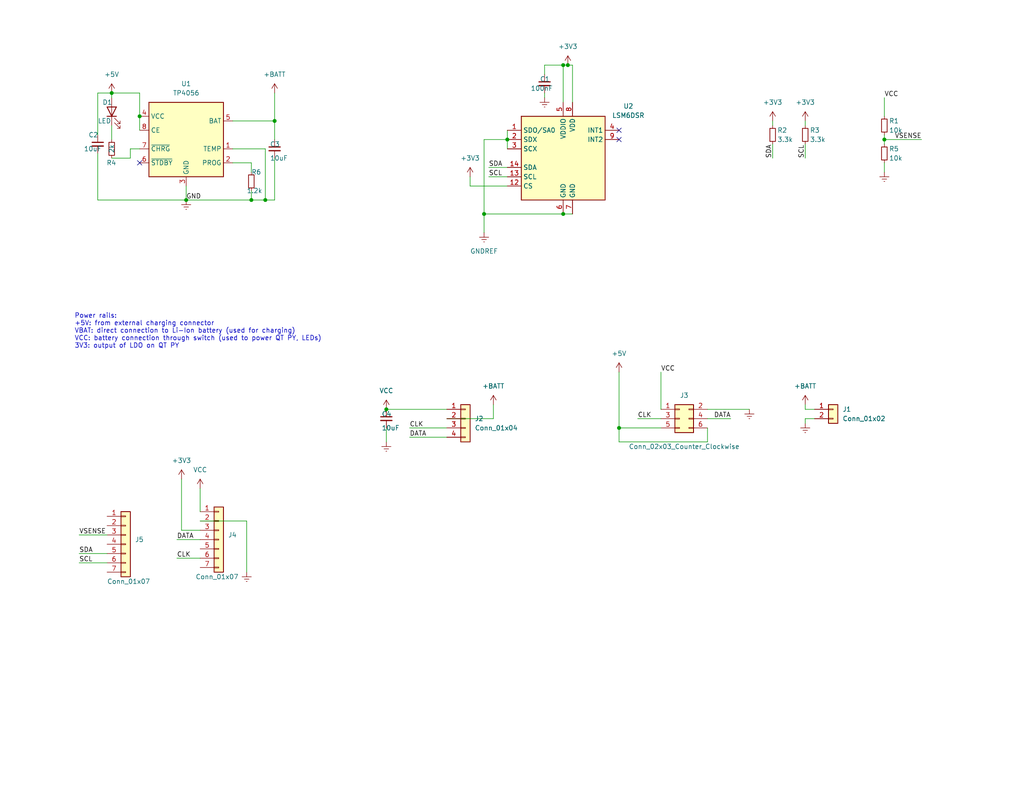
<source format=kicad_sch>
(kicad_sch (version 20211123) (generator eeschema)
  (paper "USLetter")
  (lib_symbols
    (symbol "Connector_Generic:Conn_01x02" (pin_names (offset 1.016) hide)
      (property "Reference" "J" (at 0 2.54 0))
      (property "Value" "Conn_01x02" (at 0 -5.08 0))
      (symbol "Conn_01x02_1_1"
        (rectangle (start -1.27 -2.413) (end 0 -2.667) (stroke (width 0.1524)))
        (rectangle (start -1.27 0.127) (end 0 -0.127) (stroke (width 0.1524)))
        (rectangle (start -1.27 1.27) (end 1.27 -3.81) (stroke (width 0.254)) (fill (type background)))
        (pin passive line (at -5.08 0 0) (length 3.81) (name "Pin_1") (number "1"))
        (pin passive line (at -5.08 -2.54 0) (length 3.81) (name "Pin_2") (number "2"))
      )
    )
    (symbol "Connector_Generic:Conn_01x04" (pin_names (offset 1.016) hide)
      (property "Reference" "J" (at 0 5.08 0))
      (property "Value" "Conn_01x04" (at 0 -7.62 0))
      (symbol "Conn_01x04_1_1"
        (rectangle (start -1.27 -4.953) (end 0 -5.207) (stroke (width 0.1524)))
        (rectangle (start -1.27 -2.413) (end 0 -2.667) (stroke (width 0.1524)))
        (rectangle (start -1.27 0.127) (end 0 -0.127) (stroke (width 0.1524)))
        (rectangle (start -1.27 2.667) (end 0 2.413) (stroke (width 0.1524)))
        (rectangle (start -1.27 3.81) (end 1.27 -6.35) (stroke (width 0.254)) (fill (type background)))
        (pin passive line (at -5.08 2.54 0) (length 3.81) (name "Pin_1") (number "1"))
        (pin passive line (at -5.08 0 0) (length 3.81) (name "Pin_2") (number "2"))
        (pin passive line (at -5.08 -2.54 0) (length 3.81) (name "Pin_3") (number "3"))
        (pin passive line (at -5.08 -5.08 0) (length 3.81) (name "Pin_4") (number "4"))
      )
    )
    (symbol "Connector_Generic:Conn_01x07" (pin_names (offset 1.016) hide)
      (property "Reference" "J" (at 0 10.16 0))
      (property "Value" "Conn_01x07" (at 0 -10.16 0))
      (symbol "Conn_01x07_1_1"
        (rectangle (start -1.27 -7.493) (end 0 -7.747) (stroke (width 0.1524)))
        (rectangle (start -1.27 -4.953) (end 0 -5.207) (stroke (width 0.1524)))
        (rectangle (start -1.27 -2.413) (end 0 -2.667) (stroke (width 0.1524)))
        (rectangle (start -1.27 0.127) (end 0 -0.127) (stroke (width 0.1524)))
        (rectangle (start -1.27 2.667) (end 0 2.413) (stroke (width 0.1524)))
        (rectangle (start -1.27 5.207) (end 0 4.953) (stroke (width 0.1524)))
        (rectangle (start -1.27 7.747) (end 0 7.493) (stroke (width 0.1524)))
        (rectangle (start -1.27 8.89) (end 1.27 -8.89) (stroke (width 0.254)) (fill (type background)))
        (pin passive line (at -5.08 7.62 0) (length 3.81) (name "Pin_1") (number "1"))
        (pin passive line (at -5.08 5.08 0) (length 3.81) (name "Pin_2") (number "2"))
        (pin passive line (at -5.08 2.54 0) (length 3.81) (name "Pin_3") (number "3"))
        (pin passive line (at -5.08 0 0) (length 3.81) (name "Pin_4") (number "4"))
        (pin passive line (at -5.08 -2.54 0) (length 3.81) (name "Pin_5") (number "5"))
        (pin passive line (at -5.08 -5.08 0) (length 3.81) (name "Pin_6") (number "6"))
        (pin passive line (at -5.08 -7.62 0) (length 3.81) (name "Pin_7") (number "7"))
      )
    )
    (symbol "Connector_Generic:Conn_02x03_Odd_Even" (pin_names (offset 1.016) hide)
      (property "Reference" "J" (at 1.27 5.08 0))
      (property "Value" "Conn_02x03_Odd_Even" (at 1.27 -5.08 0))
      (symbol "Conn_02x03_Odd_Even_1_1"
        (rectangle (start -1.27 -2.413) (end 0 -2.667) (stroke (width 0.1524)))
        (rectangle (start -1.27 0.127) (end 0 -0.127) (stroke (width 0.1524)))
        (rectangle (start -1.27 2.667) (end 0 2.413) (stroke (width 0.1524)))
        (rectangle (start -1.27 3.81) (end 3.81 -3.81) (stroke (width 0.254)) (fill (type background)))
        (rectangle (start 3.81 -2.413) (end 2.54 -2.667) (stroke (width 0.1524)))
        (rectangle (start 3.81 0.127) (end 2.54 -0.127) (stroke (width 0.1524)))
        (rectangle (start 3.81 2.667) (end 2.54 2.413) (stroke (width 0.1524)))
        (pin passive line (at -5.08 2.54 0) (length 3.81) (name "Pin_1") (number "1"))
        (pin passive line (at 7.62 2.54 180) (length 3.81) (name "Pin_2") (number "2"))
        (pin passive line (at -5.08 0 0) (length 3.81) (name "Pin_3") (number "3"))
        (pin passive line (at 7.62 0 180) (length 3.81) (name "Pin_4") (number "4"))
        (pin passive line (at -5.08 -2.54 0) (length 3.81) (name "Pin_5") (number "5"))
        (pin passive line (at 7.62 -2.54 180) (length 3.81) (name "Pin_6") (number "6"))
      )
    )
    (symbol "Device:C_Small" (pin_numbers hide) (pin_names (offset 0.254) hide)
      (property "Reference" "C" (at 0.254 1.778 0))
      (property "Value" "C_Small" (at 0.254 -2.032 0))
      (symbol "C_Small_0_1"
        (polyline (pts (xy -1.524 -0.508) (xy 1.524 -0.508)) (stroke (width 0.3302)))
        (polyline (pts (xy -1.524 0.508) (xy 1.524 0.508)) (stroke (width 0.3048)))
      )
      (symbol "C_Small_1_1"
        (pin passive line (at 0 2.54 270) (length 2.032) (name "~") (number "1"))
        (pin passive line (at 0 -2.54 90) (length 2.032) (name "~") (number "2"))
      )
    )
    (symbol "Device:LED" (pin_numbers hide) (pin_names (offset 1.016) hide)
      (property "Reference" "D" (at 0 2.54 0))
      (property "Value" "LED" (at 0 -2.54 0))
      (symbol "LED_0_1"
        (polyline (pts (xy -1.27 -1.27) (xy -1.27 1.27)) (stroke (width 0.254)))
        (polyline (pts (xy -1.27 0) (xy 1.27 0)))
        (polyline (pts (xy 1.27 -1.27) (xy 1.27 1.27) (xy -1.27 0) (xy 1.27 -1.27)) (stroke (width 0.254)))
        (polyline (pts (xy -3.048 -0.762) (xy -4.572 -2.286) (xy -3.81 -2.286) (xy -4.572 -2.286) (xy -4.572 -1.524)))
        (polyline (pts (xy -1.778 -0.762) (xy -3.302 -2.286) (xy -2.54 -2.286) (xy -3.302 -2.286) (xy -3.302 -1.524)))
      )
      (symbol "LED_1_1"
        (pin passive line (at -3.81 0 0) (length 2.54) (name "K") (number "1"))
        (pin passive line (at 3.81 0 180) (length 2.54) (name "A") (number "2"))
      )
    )
    (symbol "Device:R_Small" (pin_numbers hide) (pin_names (offset 0.254) hide)
      (property "Reference" "R" (at 0.762 0.508 0))
      (property "Value" "R_Small" (at 0.762 -1.016 0))
      (symbol "R_Small_0_1"
        (rectangle (start -0.762 1.778) (end 0.762 -1.778) (stroke (width 0.2032)))
      )
      (symbol "R_Small_1_1"
        (pin passive line (at 0 2.54 270) (length 0.762) (name "~") (number "1"))
        (pin passive line (at 0 -2.54 90) (length 0.762) (name "~") (number "2"))
      )
    )
    (symbol "power:+3V3" (power) (pin_names (offset 0))
      (property "Value" "+3V3" (at 0 3.556 0))
      (symbol "+3V3_0_1"
        (polyline (pts (xy -0.762 1.27) (xy 0 2.54)))
        (polyline (pts (xy 0 0) (xy 0 2.54)))
        (polyline (pts (xy 0 2.54) (xy 0.762 1.27)))
      )
      (symbol "+3V3_1_1"
        (pin power_in line (at 0 0 90) (length 0) hide (name "+3V3") (number "1"))
      )
    )
    (symbol "power:+5V" (power) (pin_names (offset 0))
      (property "Value" "+5V" (at 0 3.556 0))
      (symbol "+5V_0_1"
        (polyline (pts (xy -0.762 1.27) (xy 0 2.54)))
        (polyline (pts (xy 0 0) (xy 0 2.54)))
        (polyline (pts (xy 0 2.54) (xy 0.762 1.27)))
      )
      (symbol "+5V_1_1"
        (pin power_in line (at 0 0 90) (length 0) hide (name "+5V") (number "1"))
      )
    )
    (symbol "power:+BATT" (power) (pin_names (offset 0))
      (property "Value" "+BATT" (at 0 3.556 0))
      (symbol "+BATT_0_1"
        (polyline (pts (xy -0.762 1.27) (xy 0 2.54)))
        (polyline (pts (xy 0 0) (xy 0 2.54)))
        (polyline (pts (xy 0 2.54) (xy 0.762 1.27)))
      )
      (symbol "+BATT_1_1"
        (pin power_in line (at 0 0 90) (length 0) hide (name "+BATT") (number "1"))
      )
    )
    (symbol "power:GNDREF" (power) (pin_names (offset 0))
      (property "Value" "GNDREF" (at 0 -3.81 0))
      (symbol "GNDREF_0_1"
        (polyline (pts (xy -0.635 -1.905) (xy 0.635 -1.905)))
        (polyline (pts (xy -0.127 -2.54) (xy 0.127 -2.54)))
        (polyline (pts (xy 0 -1.27) (xy 0 0)))
        (polyline (pts (xy 1.27 -1.27) (xy -1.27 -1.27)))
      )
      (symbol "GNDREF_1_1"
        (pin power_in line (at 0 0 270) (length 0) hide (name "GNDREF") (number "1"))
      )
    )
    (symbol "power:VCC" (power) (pin_names (offset 0))
      (property "Value" "VCC" (at 0 3.81 0))
      (symbol "VCC_0_1"
        (polyline (pts (xy -0.762 1.27) (xy 0 2.54)))
        (polyline (pts (xy 0 0) (xy 0 2.54)))
        (polyline (pts (xy 0 2.54) (xy 0.762 1.27)))
      )
      (symbol "VCC_1_1"
        (pin power_in line (at 0 0 90) (length 0) hide (name "VCC") (number "1"))
      )
    )
    (symbol "shurik-personal:LSM6DSL"
      (property "Reference" "U" (at -11.43 15.24 0))
      (property "Value" "LSM6DSL" (at -11.43 12.7 0))
      (symbol "LSM6DSL_0_1"
        (rectangle (start 11.43 11.43) (end -11.43 -11.43) (stroke (width 0.254)) (fill (type background)))
      )
      (symbol "LSM6DSL_1_1"
        (pin bidirectional line (at -15.24 7.62 0) (length 3.81) (name "SDO/SA0") (number "1"))
        (pin no_connect line (at 10.16 -5.08 180) (length 3.81) hide (name "NC") (number "10"))
        (pin no_connect line (at 10.16 -2.54 180) (length 3.81) hide (name "NC") (number "11"))
        (pin input line (at -15.24 -7.62 0) (length 3.81) (name "CS") (number "12"))
        (pin input line (at -15.24 -5.08 0) (length 3.81) (name "SCL") (number "13"))
        (pin bidirectional line (at -15.24 -2.54 0) (length 3.81) (name "SDA") (number "14"))
        (pin bidirectional line (at -15.24 5.08 0) (length 3.81) (name "SDX") (number "2"))
        (pin input line (at -15.24 2.54 0) (length 3.81) (name "SCX") (number "3"))
        (pin output line (at 15.24 7.62 180) (length 3.81) (name "INT1") (number "4"))
        (pin power_in line (at 0 15.24 270) (length 3.81) (name "VDDIO") (number "5"))
        (pin power_in line (at 0 -15.24 90) (length 3.81) (name "GND") (number "6"))
        (pin power_in line (at 2.54 -15.24 90) (length 3.81) (name "GND") (number "7"))
        (pin power_in line (at 2.54 15.24 270) (length 3.81) (name "VDD") (number "8"))
        (pin output line (at 15.24 5.08 180) (length 3.81) (name "INT2") (number "9"))
      )
    )
    (symbol "shurik-personal:TP4056"
      (property "Reference" "U1" (at 0 15.24 0))
      (property "Value" "TP4056" (at 0 12.7 0))
      (symbol "TP4056_0_1"
        (rectangle (start -10.16 10.16) (end 10.16 -10.16) (stroke (width 0.254)) (fill (type background)))
      )
      (symbol "TP4056_1_1"
        (pin passive line (at 12.7 -2.54 180) (length 2.54) (name "TEMP") (number "1"))
        (pin passive line (at 12.7 -6.35 180) (length 2.54) (name "PROG") (number "2"))
        (pin power_in line (at 0 -12.7 90) (length 2.54) (name "GND") (number "3"))
        (pin power_in line (at -12.7 6.35 0) (length 2.54) (name "VCC") (number "4"))
        (pin power_out line (at 12.7 5.08 180) (length 2.54) (name "BAT") (number "5"))
        (pin passive line (at -12.7 -6.35 0) (length 2.54) (name "~{STDBY}") (number "6"))
        (pin passive line (at -12.7 -2.54 0) (length 2.54) (name "~{CHRG}") (number "7"))
        (pin passive line (at -12.7 2.54 0) (length 2.54) (name "CE") (number "8"))
        (pin power_in line (at 0 -12.7 90) (length 2.54) hide (name "EP") (number "9"))
      )
    )
  )
  (junction (at 38.1 31.75))
  (junction (at 74.93 33.02))
  (junction (at 153.67 58.42))
  (junction (at 132.08 58.42))
  (junction (at 241.3 38.1))
  (junction (at 68.58 54.61))
  (junction (at 50.8 54.61))
  (junction (at 30.48 25.4))
  (junction (at 153.67 17.78))
  (junction (at 105.41 111.76))
  (junction (at 72.39 54.61))
  (junction (at 154.94 17.78))
  (junction (at 138.43 38.1))
  (junction (at 168.91 116.84))
  (no_connect (at 38.1 44.45))
  (no_connect (at 168.91 35.56))
  (no_connect (at 168.91 38.1))
  (wire (pts (xy 72.39 40.64) (xy 72.39 54.61)))
  (wire (pts (xy 219.71 114.3) (xy 219.71 115.57)))
  (wire (pts (xy 48.26 147.32) (xy 54.61 147.32)))
  (wire (pts (xy 241.3 26.67) (xy 241.3 31.75)))
  (wire (pts (xy 210.82 33.02) (xy 210.82 34.29)))
  (wire (pts (xy 132.08 38.1) (xy 132.08 58.42)))
  (wire (pts (xy 74.93 25.4) (xy 74.93 33.02)))
  (wire (pts (xy 38.1 25.4) (xy 38.1 31.75)))
  (wire (pts (xy 26.67 25.4) (xy 30.48 25.4)))
  (wire (pts (xy 222.25 111.76) (xy 219.71 111.76)))
  (wire (pts (xy 21.59 153.67) (xy 29.21 153.67)))
  (wire (pts (xy 148.59 25.4) (xy 148.59 26.67)))
  (wire (pts (xy 38.1 31.75) (xy 38.1 35.56)))
  (wire (pts (xy 111.76 119.38) (xy 121.92 119.38)))
  (wire (pts (xy 30.48 25.4) (xy 38.1 25.4)))
  (wire (pts (xy 133.35 48.26) (xy 138.43 48.26)))
  (wire (pts (xy 210.82 39.37) (xy 210.82 43.18)))
  (wire (pts (xy 168.91 116.84) (xy 168.91 120.65)))
  (wire (pts (xy 38.1 40.64) (xy 35.56 40.64)))
  (wire (pts (xy 222.25 114.3) (xy 219.71 114.3)))
  (wire (pts (xy 241.3 38.1) (xy 251.46 38.1)))
  (wire (pts (xy 153.67 17.78) (xy 154.94 17.78)))
  (wire (pts (xy 128.27 48.26) (xy 128.27 50.8)))
  (wire (pts (xy 63.5 33.02) (xy 74.93 33.02)))
  (wire (pts (xy 193.04 111.76) (xy 204.47 111.76)))
  (wire (pts (xy 132.08 58.42) (xy 153.67 58.42)))
  (wire (pts (xy 68.58 52.07) (xy 68.58 54.61)))
  (wire (pts (xy 153.67 27.94) (xy 153.67 17.78)))
  (wire (pts (xy 54.61 133.35) (xy 54.61 139.7)))
  (wire (pts (xy 68.58 44.45) (xy 68.58 46.99)))
  (wire (pts (xy 35.56 40.64) (xy 35.56 43.18)))
  (wire (pts (xy 241.3 44.45) (xy 241.3 46.99)))
  (wire (pts (xy 180.34 111.76) (xy 180.34 101.6)))
  (wire (pts (xy 133.35 45.72) (xy 138.43 45.72)))
  (wire (pts (xy 63.5 40.64) (xy 72.39 40.64)))
  (wire (pts (xy 26.67 25.4) (xy 26.67 36.83)))
  (wire (pts (xy 21.59 151.13) (xy 29.21 151.13)))
  (wire (pts (xy 193.04 120.65) (xy 168.91 120.65)))
  (wire (pts (xy 219.71 39.37) (xy 219.71 43.18)))
  (wire (pts (xy 49.53 130.81) (xy 49.53 144.78)))
  (wire (pts (xy 26.67 41.91) (xy 26.67 54.61)))
  (wire (pts (xy 138.43 38.1) (xy 138.43 40.64)))
  (wire (pts (xy 173.99 114.3) (xy 180.34 114.3)))
  (wire (pts (xy 148.59 17.78) (xy 148.59 20.32)))
  (wire (pts (xy 72.39 54.61) (xy 68.58 54.61)))
  (wire (pts (xy 241.3 38.1) (xy 241.3 39.37)))
  (wire (pts (xy 74.93 54.61) (xy 72.39 54.61)))
  (wire (pts (xy 193.04 116.84) (xy 193.04 120.65)))
  (wire (pts (xy 121.92 114.3) (xy 134.62 114.3)))
  (wire (pts (xy 138.43 38.1) (xy 132.08 38.1)))
  (wire (pts (xy 153.67 58.42) (xy 156.21 58.42)))
  (wire (pts (xy 30.48 25.4) (xy 30.48 26.67)))
  (wire (pts (xy 29.21 146.05) (xy 21.59 146.05)))
  (wire (pts (xy 219.71 33.02) (xy 219.71 34.29)))
  (wire (pts (xy 50.8 50.8) (xy 50.8 54.61)))
  (wire (pts (xy 138.43 50.8) (xy 128.27 50.8)))
  (wire (pts (xy 74.93 33.02) (xy 74.93 38.1)))
  (wire (pts (xy 105.41 116.84) (xy 105.41 120.65)))
  (wire (pts (xy 111.76 116.84) (xy 121.92 116.84)))
  (wire (pts (xy 153.67 17.78) (xy 148.59 17.78)))
  (wire (pts (xy 67.31 142.24) (xy 67.31 156.21)))
  (wire (pts (xy 48.26 152.4) (xy 54.61 152.4)))
  (wire (pts (xy 63.5 44.45) (xy 68.58 44.45)))
  (wire (pts (xy 30.48 34.29) (xy 30.48 38.1)))
  (wire (pts (xy 168.91 101.6) (xy 168.91 116.84)))
  (wire (pts (xy 193.04 114.3) (xy 199.39 114.3)))
  (wire (pts (xy 132.08 58.42) (xy 132.08 63.5)))
  (wire (pts (xy 74.93 43.18) (xy 74.93 54.61)))
  (wire (pts (xy 26.67 54.61) (xy 50.8 54.61)))
  (wire (pts (xy 241.3 36.83) (xy 241.3 38.1)))
  (wire (pts (xy 154.94 17.78) (xy 156.21 17.78)))
  (wire (pts (xy 134.62 110.49) (xy 134.62 114.3)))
  (wire (pts (xy 35.56 43.18) (xy 30.48 43.18)))
  (wire (pts (xy 168.91 116.84) (xy 180.34 116.84)))
  (wire (pts (xy 50.8 54.61) (xy 68.58 54.61)))
  (wire (pts (xy 219.71 110.49) (xy 219.71 111.76)))
  (wire (pts (xy 105.41 111.76) (xy 121.92 111.76)))
  (wire (pts (xy 138.43 35.56) (xy 138.43 38.1)))
  (wire (pts (xy 54.61 144.78) (xy 49.53 144.78)))
  (wire (pts (xy 156.21 27.94) (xy 156.21 17.78)))
  (wire (pts (xy 54.61 142.24) (xy 67.31 142.24)))
  (text "Power rails:\n+5V: from external charging connector\nVBAT: direct connection to Li-Ion battery (used for charging)\nVCC: battery connection through switch (used to power QT PY, LEDs)\n3V3: output of LDO on QT PY" (at 20.32 95.25 0) (effects (font (size 1.27 1.27)) (justify left bottom)))
  (label "VSENSE" (at 251.46 38.1 180))
  (label "VCC" (at 241.3 26.67 0))
  (label "DATA" (at 111.76 119.38 0))
  (label "SDA" (at 133.35 45.72 0))
  (label "SCL" (at 133.35 48.26 0))
  (label "CLK" (at 48.26 152.4 0))
  (label "DATA" (at 48.26 147.32 0))
  (label "VSENSE" (at 21.59 146.05 0))
  (label "CLK" (at 111.76 116.84 0))
  (label "SCL" (at 21.59 153.67 0))
  (label "SDA" (at 21.59 151.13 0))
  (label "GND" (at 50.8 54.61 0))
  (label "CLK" (at 173.99 114.3 0))
  (label "VCC" (at 180.34 101.6 0))
  (label "SCL" (at 219.71 43.18 90))
  (label "DATA" (at 199.39 114.3 180))
  (label "SDA" (at 210.82 43.18 90))
  (symbol (lib_id "power:+3V3") (at 154.94 17.78 0) (unit 1)
    (property "Reference" "#PWR01" (effects hide))
    (property "Value" "+3V3" (at 154.94 12.7 0))
  )
  (symbol (lib_id "power:+BATT") (at 74.93 25.4 0) (unit 1)
    (property "Reference" "#PWR03" (effects hide))
    (property "Value" "+BATT" (at 74.93 20.32 0))
  )
  (symbol (lib_id "Device:LED") (at 30.48 30.48 90) (unit 1)
    (property "Reference" "D1" (at 27.94 27.94 90) (effects (justify right)))
    (property "Value" "LED" (at 26.67 33.02 90) (effects (justify right)))
    (property "Footprint" "LED_SMD:LED_0603_1608Metric" (effects hide))
    (property "LCSC" "C72038" (effects hide))
  )
  (symbol (lib_id "Device:R_Small") (at 241.3 34.29 0) (unit 1)
    (property "Reference" "R1" (at 242.57 33.02 0) (effects (justify left)))
    (property "Value" "10k" (at 242.57 35.56 0) (effects (justify left)))
    (property "Footprint" "Resistor_SMD:R_0603_1608Metric" (effects hide))
    (property "LCSC" "C25804" (effects hide))
  )
  (symbol (lib_id "Connector_Generic:Conn_01x07") (at 34.29 148.59 0) (unit 1)
    (property "Reference" "J5" (at 36.83 147.3199 0) (effects (justify left)))
    (property "Value" "Conn_01x07" (at 29.21 158.75 0) (effects (justify left)))
    (property "Footprint" "Connector_PinSocket_2.54mm:PinSocket_1x07_P2.54mm_Vertical" (effects hide))
  )
  (symbol (lib_id "power:+3V3") (at 49.53 130.81 0) (unit 1)
    (property "Reference" "#PWR018" (effects hide))
    (property "Value" "+3V3" (at 49.53 125.73 0))
  )
  (symbol (lib_id "Device:C_Small") (at 26.67 39.37 0) (unit 1)
    (property "Reference" "C2" (at 24.13 36.83 0) (effects (justify left)))
    (property "Value" "10uF" (at 22.86 40.64 0) (effects (justify left)))
    (property "Footprint" "Capacitor_SMD:C_0805_2012Metric" (effects hide))
    (property "LCSC" "C15850" (effects hide))
  )
  (symbol (lib_id "Connector_Generic:Conn_01x02") (at 227.33 111.76 0) (unit 1)
    (property "Reference" "J1" (at 229.87 111.7599 0) (effects (justify left)))
    (property "Value" "Conn_01x02" (at 229.87 114.2999 0) (effects (justify left)))
    (property "Footprint" "Connector_JST:JST_XH_B2B-XH-A_1x02_P2.50mm_Vertical" (effects hide))
  )
  (symbol (lib_id "power:VCC") (at 54.61 133.35 0) (unit 1)
    (property "Reference" "#PWR019" (effects hide))
    (property "Value" "VCC" (at 54.61 128.27 0))
  )
  (symbol (lib_id "power:+5V") (at 30.48 25.4 0) (unit 1)
    (property "Reference" "#PWR02" (effects hide))
    (property "Value" "+5V" (at 30.48 20.32 0))
  )
  (symbol (lib_id "power:GNDREF") (at 204.47 111.76 0) (unit 1)
    (property "Reference" "#PWR015" (effects hide))
    (property "Value" "GNDREF" (effects hide))
  )
  (symbol (lib_id "Device:C_Small") (at 105.41 114.3 0) (unit 1)
    (property "Reference" "C4" (at 104.14 113.03 0) (effects (justify left)))
    (property "Value" "10uF" (at 104.14 116.84 0) (effects (justify left)))
    (property "Footprint" "Capacitor_SMD:C_0805_2012Metric" (effects hide))
    (property "LCSC" "C15850" (effects hide))
  )
  (symbol (lib_id "power:GNDREF") (at 219.71 115.57 0) (unit 1)
    (property "Reference" "#PWR016" (effects hide))
    (property "Value" "GNDREF" (effects hide))
  )
  (symbol (lib_id "power:GNDREF") (at 132.08 63.5 0) (unit 1)
    (property "Reference" "#PWR010" (effects hide))
    (property "Value" "GNDREF" (at 132.08 68.58 0))
  )
  (symbol (lib_id "power:+BATT") (at 134.62 110.49 0) (unit 1)
    (property "Reference" "#PWR012" (effects hide))
    (property "Value" "+BATT" (at 134.62 105.41 0))
  )
  (symbol (lib_id "Device:C_Small") (at 74.93 40.64 0) (unit 1)
    (property "Reference" "C3" (at 73.66 39.37 0) (effects (justify left)))
    (property "Value" "10uF" (at 73.66 43.18 0) (effects (justify left)))
    (property "Footprint" "Capacitor_SMD:C_0805_2012Metric" (effects hide))
    (property "LCSC" "C15850" (effects hide))
  )
  (symbol (lib_id "Device:C_Small") (at 148.59 22.86 0) (unit 1)
    (property "Reference" "C1" (at 147.32 21.59 0) (effects (justify left)))
    (property "Value" "100nF" (at 144.78 24.13 0) (effects (justify left)))
    (property "Footprint" "Capacitor_SMD:C_0603_1608Metric" (effects hide))
    (property "LCSC" "C14663" (effects hide))
  )
  (symbol (lib_id "power:GNDREF") (at 148.59 26.67 0) (unit 1)
    (property "Reference" "#PWR04" (effects hide))
    (property "Value" "GNDREF" (effects hide))
  )
  (symbol (lib_id "shurik-personal:LSM6DSL") (at 153.67 43.18 0) (unit 1)
    (property "Reference" "U2" (at 171.45 28.9812 0))
    (property "Value" "LSM6DSR" (at 171.45 31.5212 0))
    (property "Footprint" "Package_LGA:Bosch_LGA-14_3x2.5mm_P0.5mm" (effects hide))
    (property "Datasheet" "https://www.st.com/resource/en/datasheet/lsm6dsl.pdf" (effects hide))
  )
  (symbol (lib_id "Connector_Generic:Conn_01x04") (at 127 114.3 0) (unit 1)
    (property "Reference" "J2" (at 129.54 114.2999 0) (effects (justify left)))
    (property "Value" "Conn_01x04" (at 129.54 116.8399 0) (effects (justify left)))
    (property "Footprint" "Connector_PinSocket_2.54mm:PinSocket_1x04_P2.54mm_Vertical" (effects hide))
  )
  (symbol (lib_id "power:+3V3") (at 210.82 33.02 0) (unit 1)
    (property "Reference" "#PWR05" (effects hide))
    (property "Value" "+3V3" (at 210.82 27.94 0))
  )
  (symbol (lib_id "Device:R_Small") (at 241.3 41.91 0) (unit 1)
    (property "Reference" "R5" (at 242.57 40.64 0) (effects (justify left)))
    (property "Value" "10k" (at 242.57 43.18 0) (effects (justify left)))
    (property "Footprint" "Resistor_SMD:R_0603_1608Metric" (effects hide))
    (property "LCSC" "C25804" (effects hide))
  )
  (symbol (lib_id "power:GNDREF") (at 67.31 156.21 0) (unit 1)
    (property "Reference" "#PWR020" (effects hide))
    (property "Value" "GNDREF" (effects hide))
  )
  (symbol (lib_id "Device:R_Small") (at 210.82 36.83 0) (unit 1)
    (property "Reference" "R2" (at 212.09 35.56 0) (effects (justify left)))
    (property "Value" "3.3k" (at 212.09 38.1 0) (effects (justify left)))
    (property "Footprint" "Resistor_SMD:R_0603_1608Metric" (effects hide))
    (property "LCSC" "C22978" (effects hide))
  )
  (symbol (lib_id "power:GNDREF") (at 105.41 120.65 0) (unit 1)
    (property "Reference" "#PWR017" (effects hide))
    (property "Value" "GNDREF" (effects hide))
  )
  (symbol (lib_id "Device:R_Small") (at 219.71 36.83 0) (unit 1)
    (property "Reference" "R3" (at 220.98 35.56 0) (effects (justify left)))
    (property "Value" "3.3k" (at 220.98 38.1 0) (effects (justify left)))
    (property "Footprint" "Resistor_SMD:R_0603_1608Metric" (effects hide))
    (property "LCSC" "C22978" (effects hide))
  )
  (symbol (lib_id "power:GNDREF") (at 241.3 46.99 0) (unit 1)
    (property "Reference" "#PWR07" (effects hide))
    (property "Value" "GNDREF" (effects hide))
  )
  (symbol (lib_id "power:VCC") (at 105.41 111.76 0) (unit 1)
    (property "Reference" "#PWR014" (effects hide))
    (property "Value" "VCC" (at 105.41 106.68 0))
  )
  (symbol (lib_id "Device:R_Small") (at 30.48 40.64 180) (unit 1)
    (property "Reference" "R4" (at 31.75 44.45 0) (effects (justify left)))
    (property "Value" "2k" (at 30.48 39.37 90) (effects (justify left)))
    (property "Footprint" "Resistor_SMD:R_0603_1608Metric" (effects hide))
    (property "LCSC" "C22975" (effects hide))
  )
  (symbol (lib_id "power:+3V3") (at 128.27 48.26 0) (unit 1)
    (property "Reference" "#PWR08" (effects hide))
    (property "Value" "+3V3" (at 128.27 43.18 0))
  )
  (symbol (lib_id "Connector_Generic:Conn_01x07") (at 59.69 147.32 0) (unit 1)
    (property "Reference" "J4" (at 62.23 146.0499 0) (effects (justify left)))
    (property "Value" "Conn_01x07" (at 53.34 157.48 0) (effects (justify left)))
    (property "Footprint" "Connector_PinSocket_2.54mm:PinSocket_1x07_P2.54mm_Vertical" (effects hide))
  )
  (symbol (lib_id "power:+BATT") (at 219.71 110.49 0) (unit 1)
    (property "Reference" "#PWR013" (effects hide))
    (property "Value" "+BATT" (at 219.71 105.41 0))
  )
  (symbol (lib_id "power:GNDREF") (at 50.8 54.61 0) (unit 1)
    (property "Reference" "#PWR09" (effects hide))
    (property "Value" "GNDREF" (effects hide))
  )
  (symbol (lib_id "power:+5V") (at 168.91 101.6 0) (unit 1)
    (property "Reference" "#PWR011" (effects hide))
    (property "Value" "+5V" (at 168.91 96.52 0))
  )
  (symbol (lib_id "shurik-personal:TP4056") (at 50.8 38.1 0) (unit 1)
    (property "Reference" "U1" (at 50.8 22.86 0))
    (property "Value" "TP4056" (at 50.8 25.4 0))
    (property "Footprint" "Package_SO:HSOP-8-1EP_3.9x4.9mm_P1.27mm_EP2.41x3.1mm_ThermalVias" (effects hide))
    (property "Datasheet" "http://www.tp4056.com/d/tp4056.pdf" (effects hide))
    (property "LCSC" "C16581" (effects hide))
  )
  (symbol (lib_id "Connector_Generic:Conn_02x03_Odd_Even") (at 185.42 114.3 0) (unit 1)
    (property "Reference" "J3" (at 186.69 107.95 0))
    (property "Value" "Conn_02x03_Counter_Clockwise" (at 186.69 121.92 0))
    (property "Footprint" "Connector_PinSocket_2.54mm:PinSocket_2x03_P2.54mm_Horizontal" (effects hide))
  )
  (symbol (lib_id "power:+3V3") (at 219.71 33.02 0) (unit 1)
    (property "Reference" "#PWR06" (effects hide))
    (property "Value" "+3V3" (at 219.71 27.94 0))
  )
  (symbol (lib_id "Device:R_Small") (at 68.58 49.53 0) (unit 1)
    (property "Reference" "R6" (at 68.58 46.99 0) (effects (justify left)))
    (property "Value" "1.2k" (at 67.31 52.07 0) (effects (justify left)))
    (property "Footprint" "Resistor_SMD:R_0603_1608Metric" (effects hide))
    (property "LCSC" "C22765" (effects hide))
  )
)
</source>
